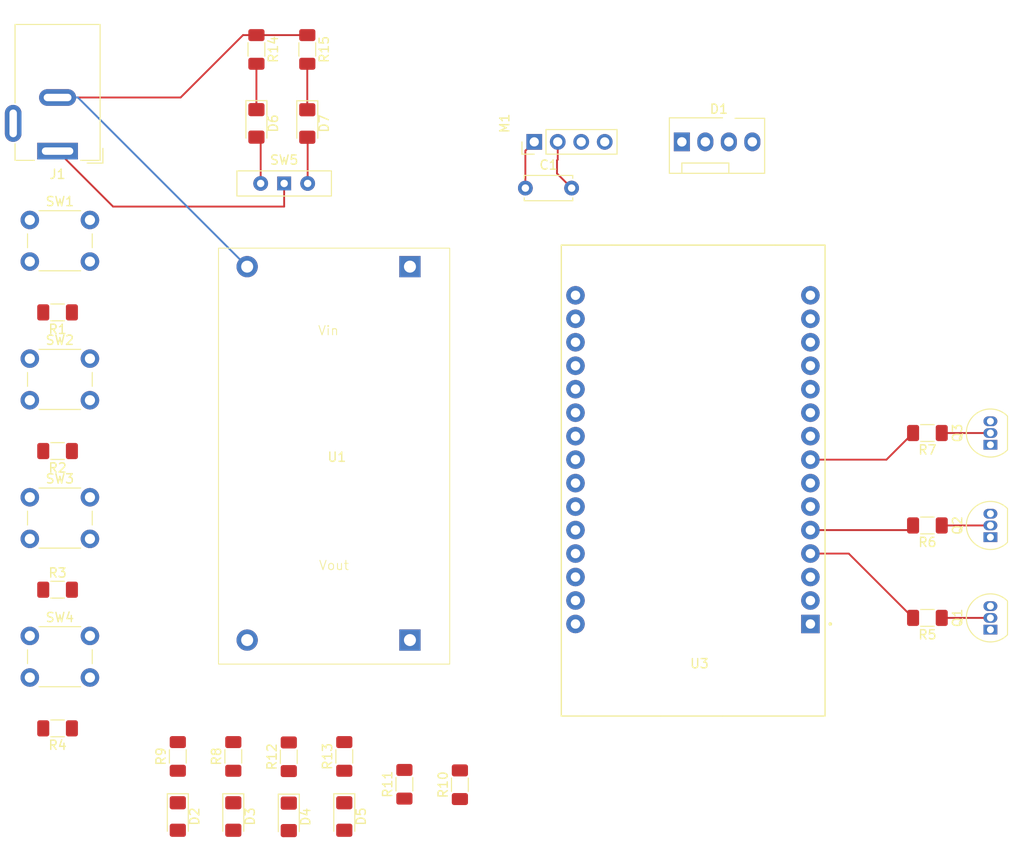
<source format=kicad_pcb>
(kicad_pcb (version 20240108) (generator "pcbnew") (generator_version "8.0")
  (layers (0 "F.Cu" signal) (31 "B.Cu" signal) (34 "B.Paste" user) (35 "F.Paste" user) (36 "B.SilkS" user "B.Silkscreen") (37 "F.SilkS" user "F.Silkscreen") (38 "B.Mask" user) (39 "F.Mask" user) (44 "Edge.Cuts" user))
  (net 0 "")
  (net 1 "GND")
  (net 2 "Net-(D1-A)")
  (net 3 "Net-(D1-RK)")
  (net 4 "Net-(D1-GK)")
  (net 5 "Net-(D1-BK)")
  (net 6 "Net-(D2-K)")
  (net 7 "Net-(D2-A)")
  (net 8 "Net-(D3-K)")
  (net 9 "Net-(D3-A)")
  (net 10 "Net-(D4-A)")
  (net 11 "Net-(D4-K)")
  (net 12 "Net-(D5-A)")
  (net 13 "Net-(D5-K)")
  (net 14 "Net-(D6-K)")
  (net 15 "Net-(D6-A)")
  (net 16 "Net-(D7-K)")
  (net 17 "+12V")
  (net 19 "Net-(Q1-B)")
  (net 20 "Net-(Q2-B)")
  (net 21 "Net-(Q3-B)")
  (net 22 "Net-(SW1-A)")
  (net 23 "Net-(SW2-A)")
  (net 24 "Net-(SW3-A)")
  (net 25 "Net-(SW4-A)")
  (net 26 "Net-(U3-VP)")
  (net 27 "Net-(U3-VN)")
  (net 29 "Net-(SW1-K)")
  (net 30 "Net-(U1-VOUT)")
  (net 32 "Net-(SW2-K)")
  (net 34 "Net-(SW3-K)")
  (net 35 "Net-(SW4-K)")
  (footprint "LED_SMD:LED_1206_3216Metric_Pad1.42x1.75mm_HandSolder" (layer "F.Cu") (at 114.5 139.4875 -90)
    (property "Reference" "D2" (at 0 -1.82 90) (layer "F.SilkS"))
    (property "Value" "MOT_IND")
    (fp_line (start -2.46 1.135) (end 1.6 1.135) (stroke (width 0.12)) (layer "F.SilkS"))
    (fp_line (start -2.46 -1.135) (end -2.46 1.135) (stroke (width 0.12)) (layer "F.SilkS"))
    (fp_line (start 1.6 -1.135) (end -2.46 -1.135) (stroke (width 0.12)) (layer "F.SilkS"))
    (pad "1" smd roundrect (at -1.4875 0 270) (size 1.425 1.75) (layers "F.Cu" "F.Paste" "F.Mask") (roundrect_rratio 0.175439) (net 6 "Net-(D2-K)"))
    (pad "2" smd roundrect (at 1.4875 0 270) (size 1.425 1.75) (layers "F.Cu" "F.Paste" "F.Mask") (roundrect_rratio 0.175439) (net 7 "Net-(D2-A)"))
  )
  (footprint "Connector:FanPinHeader_1x04_P2.54mm_Vertical" (layer "F.Cu") (at 169 66.5)
    (property "Reference" "D1" (at 4 -3.55 0) (layer "F.SilkS"))
    (property "Value" "LED_AGRB")
    (fp_line (start -1.35 -2.6) (end 4.4 -2.6) (stroke (width 0.12)) (layer "F.SilkS"))
    (fp_line (start -1.35 3.4) (end -1.35 -2.6) (stroke (width 0.12)) (layer "F.SilkS"))
    (fp_line (start 0 2.29) (end 5.08 2.29) (stroke (width 0.12)) (layer "F.SilkS"))
    (fp_line (start 0 3.3) (end 0 2.29) (stroke (width 0.12)) (layer "F.SilkS"))
    (fp_line (start 5.08 2.29) (end 5.08 3.3) (stroke (width 0.12)) (layer "F.SilkS"))
    (fp_line (start 5.75 -2.55) (end 8.95 -2.55) (stroke (width 0.12)) (layer "F.SilkS"))
    (fp_line (start 8.95 -2.55) (end 8.95 3.4) (stroke (width 0.12)) (layer "F.SilkS"))
    (fp_line (start 8.95 3.4) (end -1.35 3.4) (stroke (width 0.12)) (layer "F.SilkS"))
    (pad "" np_thru_hole circle (at 5.08 -2.16 90) (size 1.1 1.1) (drill 1.1) (layers "*.Cu" "*.Mask"))
    (pad "1" thru_hole rect (at 0 0 90) (size 2.03 1.73) (drill 1.02) (layers "*.Cu" "*.Mask") (net 2 "Net-(D1-A)"))
    (pad "2" thru_hole oval (at 2.54 0 90) (size 2.03 1.73) (drill 1.02) (layers "*.Cu" "*.Mask") (net 4 "Net-(D1-GK)"))
    (pad "3" thru_hole oval (at 5.08 0 90) (size 2.03 1.73) (drill 1.02) (layers "*.Cu" "*.Mask") (net 3 "Net-(D1-RK)"))
    (pad "4" thru_hole oval (at 7.62 0 90) (size 2.03 1.73) (drill 1.02) (layers "*.Cu" "*.Mask") (net 5 "Net-(D1-BK)"))
  )
  (footprint "LED_SMD:LED_1206_3216Metric_Pad1.42x1.75mm_HandSolder" (layer "F.Cu") (at 128.5 64.5125 -90)
    (property "Reference" "D7" (at 0 -1.82 90) (layer "F.SilkS"))
    (property "Value" "ON_IND")
    (fp_line (start -2.46 1.135) (end 1.6 1.135) (stroke (width 0.12)) (layer "F.SilkS"))
    (fp_line (start -2.46 -1.135) (end -2.46 1.135) (stroke (width 0.12)) (layer "F.SilkS"))
    (fp_line (start 1.6 -1.135) (end -2.46 -1.135) (stroke (width 0.12)) (layer "F.SilkS"))
    (pad "1" smd roundrect (at -1.4875 0 270) (size 1.425 1.75) (layers "F.Cu" "F.Paste" "F.Mask") (roundrect_rratio 0.175439) (net 16 "Net-(D7-K)"))
    (pad "2" smd roundrect (at 1.4875 0 270) (size 1.425 1.75) (layers "F.Cu" "F.Paste" "F.Mask") (roundrect_rratio 0.175439) (net 2 "Net-(D1-A)"))
  )
  (footprint "Resistor_SMD:R_1206_3216Metric_Pad1.30x1.75mm_HandSolder" (layer "F.Cu") (at 195.55 108 180)
    (property "Reference" "R6" (at 0 -1.82 360) (layer "F.SilkS"))
    (property "Value" "220")
    (fp_line (start -0.727064 0.91) (end 0.727064 0.91) (stroke (width 0.12)) (layer "F.SilkS"))
    (fp_line (start -0.727064 -0.91) (end 0.727064 -0.91) (stroke (width 0.12)) (layer "F.SilkS"))
    (pad "1" smd roundrect (at -1.55 0 180) (size 1.3 1.75) (layers "F.Cu" "F.Paste" "F.Mask") (roundrect_rratio 0.192308) (net 20 "Net-(Q2-B)"))
    (pad "2" smd roundrect (at 1.55 0 180) (size 1.3 1.75) (layers "F.Cu" "F.Paste" "F.Mask") (roundrect_rratio 0.192308) (net 10 "Net-(D4-A)"))
  )
  (footprint "Resistor_SMD:R_1206_3216Metric_Pad1.30x1.75mm_HandSolder" (layer "F.Cu") (at 114.5 132.9875 90)
    (property "Reference" "R9" (at 0 -1.82 90) (layer "F.SilkS"))
    (property "Value" "100")
    (fp_line (start -0.727064 -0.91) (end 0.727064 -0.91) (stroke (width 0.12)) (layer "F.SilkS"))
    (fp_line (start -0.727064 0.91) (end 0.727064 0.91) (stroke (width 0.12)) (layer "F.SilkS"))
    (pad "1" smd roundrect (at -1.55 0 90) (size 1.3 1.75) (layers "F.Cu" "F.Paste" "F.Mask") (roundrect_rratio 0.192308) (net 6 "Net-(D2-K)"))
    (pad "2" smd roundrect (at 1.55 0 90) (size 1.3 1.75) (layers "F.Cu" "F.Paste" "F.Mask") (roundrect_rratio 0.192308) (net 1 "GND"))
  )
  (footprint "Resistor_SMD:R_1206_3216Metric_Pad1.30x1.75mm_HandSolder" (layer "F.Cu") (at 126.5 133.025 90)
    (property "Reference" "R12" (at 0 -1.82 90) (layer "F.SilkS"))
    (property "Value" "100")
    (fp_line (start -0.727064 -0.91) (end 0.727064 -0.91) (stroke (width 0.12)) (layer "F.SilkS"))
    (fp_line (start -0.727064 0.91) (end 0.727064 0.91) (stroke (width 0.12)) (layer "F.SilkS"))
    (pad "1" smd roundrect (at -1.55 0 90) (size 1.3 1.75) (layers "F.Cu" "F.Paste" "F.Mask") (roundrect_rratio 0.192308) (net 11 "Net-(D4-K)"))
    (pad "2" smd roundrect (at 1.55 0 90) (size 1.3 1.75) (layers "F.Cu" "F.Paste" "F.Mask") (roundrect_rratio 0.192308) (net 1 "GND"))
  )
  (footprint "Connector_BarrelJack:BarrelJack_Wuerth_6941xx301002" (layer "F.Cu") (at 101.5 67.5 180)
    (property "Reference" "J1" (at 0 -2.5 0) (layer "F.SilkS"))
    (property "Value" "Barrel_Jack")
    (fp_line (start 4.6 13.7) (end -4.6 13.7) (stroke (width 0.12)) (layer "F.SilkS"))
    (fp_line (start 4.6 5.2) (end 4.6 13.7) (stroke (width 0.12)) (layer "F.SilkS"))
    (fp_line (start 4.6 -1) (end 4.6 0.8) (stroke (width 0.12)) (layer "F.SilkS"))
    (fp_line (start 2.5 -1) (end 4.6 -1) (stroke (width 0.12)) (layer "F.SilkS"))
    (fp_line (start -3.2 -1.3) (end -4.9 -1.3) (stroke (width 0.12)) (layer "F.SilkS"))
    (fp_line (start -4.6 13.7) (end -4.6 -1) (stroke (width 0.12)) (layer "F.SilkS"))
    (fp_line (start -4.6 -1) (end -2.5 -1) (stroke (width 0.12)) (layer "F.SilkS"))
    (fp_line (start -4.9 -1.3) (end -4.9 0.3) (stroke (width 0.12)) (layer "F.SilkS"))
    (pad "1" thru_hole rect (at 0 0 180) (size 4.4 1.8) (drill oval 3.4 0.8) (layers "*.Cu" "*.Mask") (net 17 "+12V"))
    (pad "2" thru_hole oval (at 0 5.8 180) (size 4 1.8) (drill oval 3 0.8) (layers "*.Cu" "*.Mask") (net 1 "GND"))
    (pad "3" thru_hole oval (at 4.8 3 270) (size 4 1.8) (drill oval 3 0.8) (layers "*.Cu" "*.Mask"))
  )
  (footprint "Package_TO_SOT_THT:TO-92_Inline" (layer "F.Cu") (at 202.36 109.27 90)
    (property "Reference" "Q2" (at 1.27 -3.56 90) (layer "F.SilkS"))
    (property "Value" "PN2222A")
    (fp_line (start -0.53 1.85) (end 3.07 1.85) (stroke (width 0.12)) (layer "F.SilkS"))
    (fp_arc (start 1.27 -2.6) (mid 3.672087 -0.994977) (end 3.108478 1.838478) (stroke (width 0.12)) (layer "F.SilkS"))
    (fp_arc (start -0.568478 1.838478) (mid -1.132087 -0.994977) (end 1.27 -2.6) (stroke (width 0.12)) (layer "F.SilkS"))
    (pad "1" thru_hole rect (at 0 0 90) (size 1.05 1.5) (drill 0.75) (layers "*.Cu" "*.Mask") (net 1 "GND"))
    (pad "2" thru_hole oval (at 1.27 0 90) (size 1.05 1.5) (drill 0.75) (layers "*.Cu" "*.Mask") (net 20 "Net-(Q2-B)"))
    (pad "3" thru_hole oval (at 2.54 0 90) (size 1.05 1.5) (drill 0.75) (layers "*.Cu" "*.Mask") (net 4 "Net-(D1-GK)"))
  )
  (footprint "Resistor_SMD:R_1206_3216Metric_Pad1.30x1.75mm_HandSolder" (layer "F.Cu") (at 101.5 114.95)
    (property "Reference" "R3" (at 0 -1.82 360) (layer "F.SilkS"))
    (property "Value" "10K")
    (fp_line (start -0.727064 -0.91) (end 0.727064 -0.91) (stroke (width 0.12)) (layer "F.SilkS"))
    (fp_line (start -0.727064 0.91) (end 0.727064 0.91) (stroke (width 0.12)) (layer "F.SilkS"))
    (pad "1" smd roundrect (at -1.55 0) (size 1.3 1.75) (layers "F.Cu" "F.Paste" "F.Mask") (roundrect_rratio 0.192308) (net 1 "GND"))
    (pad "2" smd roundrect (at 1.55 0) (size 1.3 1.75) (layers "F.Cu" "F.Paste" "F.Mask") (roundrect_rratio 0.192308) (net 24 "Net-(SW3-A)"))
  )
  (footprint "Resistor_SMD:R_1206_3216Metric_Pad1.30x1.75mm_HandSolder" (layer "F.Cu") (at 101.5 129.95 180)
    (property "Reference" "R4" (at 0 -1.82 360) (layer "F.SilkS"))
    (property "Value" "10K")
    (fp_line (start -0.727064 0.91) (end 0.727064 0.91) (stroke (width 0.12)) (layer "F.SilkS"))
    (fp_line (start -0.727064 -0.91) (end 0.727064 -0.91) (stroke (width 0.12)) (layer "F.SilkS"))
    (pad "1" smd roundrect (at -1.55 0 180) (size 1.3 1.75) (layers "F.Cu" "F.Paste" "F.Mask") (roundrect_rratio 0.192308) (net 25 "Net-(SW4-A)"))
    (pad "2" smd roundrect (at 1.55 0 180) (size 1.3 1.75) (layers "F.Cu" "F.Paste" "F.Mask") (roundrect_rratio 0.192308) (net 1 "GND"))
  )
  (footprint "Connector_PinHeader_2.54mm:PinHeader_1x04_P2.54mm_Vertical" (layer "F.Cu") (at 153.04 66.5 90)
    (property "Reference" "M1" (at 2 -3.2 90) (layer "F.SilkS"))
    (property "Value" "Fan_4pin")
    (fp_line (start -1.33 -1.33) (end 0 -1.33) (stroke (width 0.12)) (layer "F.SilkS"))
    (fp_line (start -1.33 0) (end -1.33 -1.33) (stroke (width 0.12)) (layer "F.SilkS"))
    (fp_line (start 1.33 1.27) (end 1.33 8.95) (stroke (width 0.12)) (layer "F.SilkS"))
    (fp_line (start -1.33 1.27) (end 1.33 1.27) (stroke (width 0.12)) (layer "F.SilkS"))
    (fp_line (start -1.33 1.27) (end -1.33 8.95) (stroke (width 0.12)) (layer "F.SilkS"))
    (fp_line (start -1.33 8.95) (end 1.33 8.95) (stroke (width 0.12)) (layer "F.SilkS"))
    (pad "1" thru_hole rect (at 0 0 90) (size 1.7 1.7) (drill 1) (layers "*.Cu" "*.Mask") (net 1 "GND"))
    (pad "2" thru_hole oval (at 0 2.54 90) (size 1.7 1.7) (drill 1) (layers "*.Cu" "*.Mask") (net 2 "Net-(D1-A)"))
    (pad "3" thru_hole oval (at 0 5.08 90) (size 1.7 1.7) (drill 1) (layers "*.Cu" "*.Mask"))
    (pad "4" thru_hole oval (at 0 7.62 90) (size 1.7 1.7) (drill 1) (layers "*.Cu" "*.Mask") (net 7 "Net-(D2-A)"))
  )
  (footprint "Resistor_SMD:R_1206_3216Metric_Pad1.30x1.75mm_HandSolder" (layer "F.Cu") (at 101.5 84.95 180)
    (property "Reference" "R1" (at 0 -1.82 0) (layer "F.SilkS"))
    (property "Value" "10K")
    (fp_line (start -0.727064 0.91) (end 0.727064 0.91) (stroke (width 0.12)) (layer "F.SilkS"))
    (fp_line (start -0.727064 -0.91) (end 0.727064 -0.91) (stroke (width 0.12)) (layer "F.SilkS"))
    (pad "1" smd roundrect (at -1.55 0 180) (size 1.3 1.75) (layers "F.Cu" "F.Paste" "F.Mask") (roundrect_rratio 0.192308) (net 1 "GND"))
    (pad "2" smd roundrect (at 1.55 0 180) (size 1.3 1.75) (layers "F.Cu" "F.Paste" "F.Mask") (roundrect_rratio 0.192308) (net 22 "Net-(SW1-A)"))
  )
  (footprint "Custom:SW_PUSH_6mm" (layer "F.Cu") (at 98.5 104.95)
    (property "Reference" "SW3" (at 3.25 -2 0) (layer "F.SilkS"))
    (property "Value" "CYCLE_MODE")
    (fp_line (start -0.25 1.5) (end -0.25 3) (stroke (width 0.12)) (layer "F.SilkS"))
    (fp_line (start 1 5.5) (end 5.5 5.5) (stroke (width 0.12)) (layer "F.SilkS"))
    (fp_line (start 5.5 -1) (end 1 -1) (stroke (width 0.12)) (layer "F.SilkS"))
    (fp_line (start 6.75 3) (end 6.75 1.5) (stroke (width 0.12)) (layer "F.SilkS"))
    (pad "1" thru_hole circle (at 0 0 90) (size 2 2) (drill 1.1) (layers "*.Cu" "*.Mask") (net 30 "Net-(U1-VOUT)"))
    (pad "2" thru_hole circle (at 6.5 0 90) (size 2 2) (drill 1.1) (layers "*.Cu" "*.Mask"))
    (pad "3" thru_hole circle (at 6.5 4.5 90) (size 2 2) (drill 1.1) (layers "*.Cu" "*.Mask") (net 34 "Net-(SW3-K)"))
    (pad "4" thru_hole circle (at 0 4.5 90) (size 2 2) (drill 1.1) (layers "*.Cu" "*.Mask") (net 24 "Net-(SW3-A)"))
  )
  (footprint "Resistor_SMD:R_1206_3216Metric_Pad1.30x1.75mm_HandSolder" (layer "F.Cu") (at 195.55 118 180)
    (property "Reference" "R5" (at 0 -1.82 360) (layer "F.SilkS"))
    (property "Value" "220")
    (fp_line (start -0.727064 0.91) (end 0.727064 0.91) (stroke (width 0.12)) (layer "F.SilkS"))
    (fp_line (start -0.727064 -0.91) (end 0.727064 -0.91) (stroke (width 0.12)) (layer "F.SilkS"))
    (pad "1" smd roundrect (at -1.55 0 180) (size 1.3 1.75) (layers "F.Cu" "F.Paste" "F.Mask") (roundrect_rratio 0.192308) (net 19 "Net-(Q1-B)"))
    (pad "2" smd roundrect (at 1.55 0 180) (size 1.3 1.75) (layers "F.Cu" "F.Paste" "F.Mask") (roundrect_rratio 0.192308) (net 9 "Net-(D3-A)"))
  )
  (footprint "LED_SMD:LED_1206_3216Metric_Pad1.42x1.75mm_HandSolder" (layer "F.Cu") (at 123 64.5 -90)
    (property "Reference" "D6" (at 0 -1.82 90) (layer "F.SilkS"))
    (property "Value" "OFF_IND")
    (fp_line (start -2.46 1.135) (end 1.6 1.135) (stroke (width 0.12)) (layer "F.SilkS"))
    (fp_line (start -2.46 -1.135) (end -2.46 1.135) (stroke (width 0.12)) (layer "F.SilkS"))
    (fp_line (start 1.6 -1.135) (end -2.46 -1.135) (stroke (width 0.12)) (layer "F.SilkS"))
    (pad "1" smd roundrect (at -1.4875 0 270) (size 1.425 1.75) (layers "F.Cu" "F.Paste" "F.Mask") (roundrect_rratio 0.175439) (net 14 "Net-(D6-K)"))
    (pad "2" smd roundrect (at 1.4875 0 270) (size 1.425 1.75) (layers "F.Cu" "F.Paste" "F.Mask") (roundrect_rratio 0.175439) (net 15 "Net-(D6-A)"))
  )
  (footprint "ESP32_DEVKITV1:MODULE_ESP32_DEVKIT_V1" (layer "F.Cu") (at 170.8 103.145)
    (property "Reference" "U3" (at 0.1 19.8 180) (layer "F.SilkS"))
    (property "Value" "ESP32-DEVKIT-V1")
    (fp_line (start -14.83 -25.475) (end 13.68 -25.475) (stroke (width 0.127)) (layer "F.SilkS"))
    (fp_line (start -14.83 25.475) (end -14.83 -25.475) (stroke (width 0.127)) (layer "F.SilkS"))
    (fp_line (start -14.83 25.475) (end -14.83 -25.475) (stroke (width 0.127)) (layer "F.SilkS"))
    (fp_line (start -9.38 -25.475) (end -14.83 -25.475) (stroke (width 0.127)) (layer "F.SilkS"))
    (fp_line (start -4.1 25.475) (end -14.83 25.475) (stroke (width 0.127)) (layer "F.SilkS"))
    (fp_line (start 2.611 25.475) (end -4.1 25.475) (stroke (width 0.127)) (layer "F.SilkS"))
    (fp_line (start 8.31 -25.475) (end -9.38 -25.475) (stroke (width 0.127)) (layer "F.SilkS"))
    (fp_line (start 13.68 -25.475) (end 8.31 -25.475) (stroke (width 0.127)) (layer "F.SilkS"))
    (fp_line (start 13.68 -25.475) (end 13.68 25.475) (stroke (width 0.127)) (layer "F.SilkS"))
    (fp_line (start 13.68 -25.475) (end 13.68 25.475) (stroke (width 0.127)) (layer "F.SilkS"))
    (fp_line (start 13.68 25.475) (end -14.83 25.475) (stroke (width 0.127)) (layer "F.SilkS"))
    (fp_line (start 13.68 25.475) (end 2.611 25.475) (stroke (width 0.127)) (layer "F.SilkS"))
    (fp_circle (center 14.25 15.515) (end 14.15 15.515) (stroke (width 0.2)) (fill none) (layer "F.SilkS"))
    (pad "" np_thru_hole circle (at -12.83 -23.475 180) (size 3 3) (drill 3) (layers "*.Cu" "*.Mask"))
    (pad "" np_thru_hole circle (at -12.83 23.475 180) (size 3 3) (drill 3) (layers "*.Cu" "*.Mask"))
    (pad "" np_thru_hole circle (at 11.68 -23.475 180) (size 3 3) (drill 3) (layers "*.Cu" "*.Mask"))
    (pad "" np_thru_hole circle (at 11.68 23.475 180) (size 3 3) (drill 3) (layers "*.Cu" "*.Mask"))
    (pad "1" thru_hole rect (at 12.1 15.515 180) (size 2 2) (drill 1.02) (layers "*.Cu" "*.Mask"))
    (pad "2" thru_hole circle (at 12.1 12.975 180) (size 2 2) (drill 1.02) (layers "*.Cu" "*.Mask") (net 1 "GND"))
    (pad "3" thru_hole circle (at 12.1 10.435 180) (size 2 2) (drill 1.02) (layers "*.Cu" "*.Mask"))
    (pad "4" thru_hole circle (at 12.1 7.895 180) (size 2 2) (drill 1.02) (layers "*.Cu" "*.Mask") (net 9 "Net-(D3-A)"))
    (pad "5" thru_hole circle (at 12.1 5.355 180) (size 2 2) (drill 1.02) (layers "*.Cu" "*.Mask") (net 10 "Net-(D4-A)"))
    (pad "6" thru_hole circle (at 12.1 2.815 180) (size 2 2) (drill 1.02) (layers "*.Cu" "*.Mask"))
    (pad "7" thru_hole circle (at 12.1 0.275 180) (size 2 2) (drill 1.02) (layers "*.Cu" "*.Mask"))
    (pad "8" thru_hole circle (at 12.1 -2.265 180) (size 2 2) (drill 1.02) (layers "*.Cu" "*.Mask") (net 12 "Net-(D5-A)"))
    (pad "9" thru_hole circle (at 12.1 -4.805 180) (size 2 2) (drill 1.02) (layers "*.Cu" "*.Mask"))
    (pad "10" thru_hole circle (at 12.1 -7.345 180) (size 2 2) (drill 1.02) (layers "*.Cu" "*.Mask") (net 7 "Net-(D2-A)"))
    (pad "11" thru_hole circle (at 12.1 -9.885 180) (size 2 2) (drill 1.02) (layers "*.Cu" "*.Mask"))
    (pad "12" thru_hole circle (at 12.1 -12.425 180) (size 2 2) (drill 1.02) (layers "*.Cu" "*.Mask"))
    (pad "13" thru_hole circle (at 12.1 -14.965 180) (size 2 2) (drill 1.02) (layers "*.Cu" "*.Mask"))
    (pad "14" thru_hole circle (at 12.1 -17.505 180) (size 2 2) (drill 1.02) (layers "*.Cu" "*.Mask"))
    (pad "15" thru_hole circle (at 12.1 -20.045 180) (size 2 2) (drill 1.02) (layers "*.Cu" "*.Mask"))
    (pad "16" thru_hole circle (at -13.3 -20.045 180) (size 2 2) (drill 1.02) (layers "*.Cu" "*.Mask"))
    (pad "17" thru_hole circle (at -13.3 -17.505 180) (size 2 2) (drill 1.02) (layers "*.Cu" "*.Mask") (net 26 "Net-(U3-VP)"))
    (pad "18" thru_hole circle (at -13.3 -14.965 180) (size 2 2) (drill 1.02) (layers "*.Cu" "*.Mask") (net 27 "Net-(U3-VN)"))
    (pad "19" thru_hole circle (at -13.3 -12.425 180) (size 2 2) (drill 1.02) (layers "*.Cu" "*.Mask") (net 35 "Net-(SW4-K)"))
    (pad "20" thru_hole circle (at -13.3 -9.885 180) (size 2 2) (drill 1.02) (layers "*.Cu" "*.Mask") (net 34 "Net-(SW3-K)"))
    (pad "21" thru_hole circle (at -13.3 -7.345 180) (size 2 2) (drill 1.02) (layers "*.Cu" "*.Mask") (net 29 "Net-(SW1-K)"))
    (pad "22" thru_hole circle (at -13.3 -4.805 180) (size 2 2) (drill 1.02) (layers "*.Cu" "*.Mask") (net 32 "Net-(SW2-K)"))
    (pad "23" thru_hole circle (at -13.3 -2.265 180) (size 2 2) (drill 1.02) (layers "*.Cu" "*.Mask"))
    (pad "24" thru_hole circle (at -13.3 0.275 180) (size 2 2) (drill 1.02) (layers "*.Cu" "*.Mask"))
    (pad "25" thru_hole circle (at -13.3 2.815 180) (size 2 2) (drill 1.02) (layers "*.Cu" "*.Mask"))
    (pad "26" thru_hole circle (at -13.3 5.355 180) (size 2 2) (drill 1.02) (layers "*.Cu" "*.Mask"))
    (pad "27" thru_hole circle (at -13.3 7.895 180) (size 2 2) (drill 1.02) (layers "*.Cu" "*.Mask"))
    (pad "28" thru_hole circle (at -13.3 10.435 180) (size 2 2) (drill 1.02) (layers "*.Cu" "*.Mask"))
    (pad "29" thru_hole circle (at -13.3 12.975 180) (size 2 2) (drill 1.02) (layers "*.Cu" "*.Mask") (net 1 "GND"))
    (pad "30" thru_hole circle (at -13.3 15.515 180) (size 2 2) (drill 1.02) (layers "*.Cu" "*.Mask") (net 30 "Net-(U1-VOUT)"))
  )
  (footprint "Resistor_SMD:R_1206_3216Metric_Pad1.30x1.75mm_HandSolder" (layer "F.Cu") (at 132.5 132.9875 90)
    (property "Reference" "R13" (at 0 -1.82 90) (layer "F.SilkS"))
    (property "Value" "100")
    (fp_line (start -0.727064 -0.91) (end 0.727064 -0.91) (stroke (width 0.12)) (layer "F.SilkS"))
    (fp_line (start -0.727064 0.91) (end 0.727064 0.91) (stroke (width 0.12)) (layer "F.SilkS"))
    (pad "1" smd roundrect (at -1.55 0 90) (size 1.3 1.75) (layers "F.Cu" "F.Paste" "F.Mask") (roundrect_rratio 0.192308) (net 13 "Net-(D5-K)"))
    (pad "2" smd roundrect (at 1.55 0 90) (size 1.3 1.75) (layers "F.Cu" "F.Paste" "F.Mask") (roundrect_rratio 0.192308) (net 1 "GND"))
  )
  (footprint "LED_SMD:LED_1206_3216Metric_Pad1.42x1.75mm_HandSolder" (layer "F.Cu") (at 126.5 139.525 -90)
    (property "Reference" "D4" (at 0 -1.82 90) (layer "F.SilkS"))
    (property "Value" "GRN_IND")
    (fp_line (start -2.46 1.135) (end 1.6 1.135) (stroke (width 0.12)) (layer "F.SilkS"))
    (fp_line (start -2.46 -1.135) (end -2.46 1.135) (stroke (width 0.12)) (layer "F.SilkS"))
    (fp_line (start 1.6 -1.135) (end -2.46 -1.135) (stroke (width 0.12)) (layer "F.SilkS"))
    (pad "1" smd roundrect (at -1.4875 0 270) (size 1.425 1.75) (layers "F.Cu" "F.Paste" "F.Mask") (roundrect_rratio 0.175439) (net 11 "Net-(D4-K)"))
    (pad "2" smd roundrect (at 1.4875 0 270) (size 1.425 1.75) (layers "F.Cu" "F.Paste" "F.Mask") (roundrect_rratio 0.175439) (net 10 "Net-(D4-A)"))
  )
  (footprint "LED_SMD:LED_1206_3216Metric_Pad1.42x1.75mm_HandSolder" (layer "F.Cu") (at 132.5 139.4875 -90)
    (property "Reference" "D5" (at 0 -1.82 90) (layer "F.SilkS"))
    (property "Value" "BLU_IND")
    (fp_line (start -2.46 1.135) (end 1.6 1.135) (stroke (width 0.12)) (layer "F.SilkS"))
    (fp_line (start -2.46 -1.135) (end -2.46 1.135) (stroke (width 0.12)) (layer "F.SilkS"))
    (fp_line (start 1.6 -1.135) (end -2.46 -1.135) (stroke (width 0.12)) (layer "F.SilkS"))
    (pad "1" smd roundrect (at -1.4875 0 270) (size 1.425 1.75) (layers "F.Cu" "F.Paste" "F.Mask") (roundrect_rratio 0.175439) (net 13 "Net-(D5-K)"))
    (pad "2" smd roundrect (at 1.4875 0 270) (size 1.425 1.75) (layers "F.Cu" "F.Paste" "F.Mask") (roundrect_rratio 0.175439) (net 12 "Net-(D5-A)"))
  )
  (footprint "Resistor_SMD:R_1206_3216Metric_Pad1.30x1.75mm_HandSolder" (layer "F.Cu") (at 139 136 90)
    (property "Reference" "R11" (at 0 -1.82 90) (layer "F.SilkS"))
    (property "Value" "10K")
    (fp_line (start -0.727064 -0.91) (end 0.727064 -0.91) (stroke (width 0.12)) (layer "F.SilkS"))
    (fp_line (start -0.727064 0.91) (end 0.727064 0.91) (stroke (width 0.12)) (layer "F.SilkS"))
    (pad "1" smd roundrect (at -1.55 0 90) (size 1.3 1.75) (layers "F.Cu" "F.Paste" "F.Mask") (roundrect_rratio 0.192308) (net 27 "Net-(U3-VN)"))
    (pad "2" smd roundrect (at 1.55 0 90) (size 1.3 1.75) (layers "F.Cu" "F.Paste" "F.Mask") (roundrect_rratio 0.192308) (net 1 "GND"))
  )
  (footprint "Custom:Buck_Converter" (layer "F.Cu") (at 122 80)
    (property "Reference" "U1" (at 9.7 20.6 0) (layer "F.SilkS"))
    (property "Value" "5VDC<-12VDC")
    (fp_rect (start -3.1 -2) (end 21.9 43) (stroke (width 0.1)) (fill none) (layer "F.SilkS"))
    (fp_text user "Vin" (at 7.6 7.5 0) (layer "F.SilkS") (effects (font (thickness 0.1)) (justify left bottom)))
    (fp_text user "Vout" (at 7.7 32.9 0) (layer "F.SilkS") (effects (font (thickness 0.1)) (justify left bottom)))
    (pad "1" thru_hole rect (at 17.6 0) (size 2.3 2.3) (drill 1.3) (layers "*.Cu" "*.Mask") (net 2 "Net-(D1-A)"))
    (pad "2" thru_hole circle (at 0 0) (size 2.3 2.3) (drill 1.3) (layers "*.Cu" "*.Mask") (net 1 "GND"))
    (pad "3" thru_hole rect (at 17.6 40.4) (size 2.3 2.3) (drill 1.3) (layers "*.Cu" "*.Mask") (net 30 "Net-(U1-VOUT)"))
    (pad "4" thru_hole circle (at 0 40.4) (size 2.3 2.3) (drill 1.3) (layers "*.Cu" "*.Mask") (net 1 "GND"))
  )
  (footprint "Package_TO_SOT_THT:TO-92_Inline" (layer "F.Cu") (at 202.36 99.27 90)
    (property "Reference" "Q3" (at 1.27 -3.56 90) (layer "F.SilkS"))
    (property "Value" "PN2222A")
    (fp_line (start -0.53 1.85) (end 3.07 1.85) (stroke (width 0.12)) (layer "F.SilkS"))
    (fp_arc (start 1.27 -2.6) (mid 3.672087 -0.994977) (end 3.108478 1.838478) (stroke (width 0.12)) (layer "F.SilkS"))
    (fp_arc (start -0.568478 1.838478) (mid -1.132087 -0.994977) (end 1.27 -2.6) (stroke (width 0.12)) (layer "F.SilkS"))
    (pad "1" thru_hole rect (at 0 0 90) (size 1.05 1.5) (drill 0.75) (layers "*.Cu" "*.Mask") (net 1 "GND"))
    (pad "2" thru_hole oval (at 1.27 0 90) (size 1.05 1.5) (drill 0.75) (layers "*.Cu" "*.Mask") (net 21 "Net-(Q3-B)"))
    (pad "3" thru_hole oval (at 2.54 0 90) (size 1.05 1.5) (drill 0.75) (layers "*.Cu" "*.Mask") (net 5 "Net-(D1-BK)"))
  )
  (footprint "Resistor_SMD:R_1206_3216Metric_Pad1.30x1.75mm_HandSolder" (layer "F.Cu") (at 101.5 99.95 180)
    (property "Reference" "R2" (at 0 -1.82 0) (layer "F.SilkS"))
    (property "Value" "10K")
    (fp_line (start -0.727064 0.91) (end 0.727064 0.91) (stroke (width 0.12)) (layer "F.SilkS"))
    (fp_line (start -0.727064 -0.91) (end 0.727064 -0.91) (stroke (width 0.12)) (layer "F.SilkS"))
    (pad "1" smd roundrect (at -1.55 0 180) (size 1.3 1.75) (layers "F.Cu" "F.Paste" "F.Mask") (roundrect_rratio 0.192308) (net 23 "Net-(SW2-A)"))
    (pad "2" smd roundrect (at 1.55 0 180) (size 1.3 1.75) (layers "F.Cu" "F.Paste" "F.Mask") (roundrect_rratio 0.192308) (net 1 "GND"))
  )
  (footprint "Resistor_SMD:R_1206_3216Metric_Pad1.30x1.75mm_HandSolder" (layer "F.Cu") (at 145 136.05 90)
    (property "Reference" "R10" (at 0 -1.82 90) (layer "F.SilkS"))
    (property "Value" "10K")
    (fp_line (start -0.727064 -0.91) (end 0.727064 -0.91) (stroke (width 0.12)) (layer "F.SilkS"))
    (fp_line (start -0.727064 0.91) (end 0.727064 0.91) (stroke (width 0.12)) (layer "F.SilkS"))
    (pad "1" smd roundrect (at -1.55 0 90) (size 1.3 1.75) (layers "F.Cu" "F.Paste" "F.Mask") (roundrect_rratio 0.192308) (net 26 "Net-(U3-VP)"))
    (pad "2" smd roundrect (at 1.55 0 90) (size 1.3 1.75) (layers "F.Cu" "F.Paste" "F.Mask") (roundrect_rratio 0.192308) (net 1 "GND"))
  )
  (footprint "Resistor_SMD:R_1206_3216Metric_Pad1.30x1.75mm_HandSolder" (layer "F.Cu") (at 195.55 98 180)
    (property "Reference" "R7" (at 0 -1.82 0) (layer "F.SilkS"))
    (property "Value" "220")
    (fp_line (start -0.727064 0.91) (end 0.727064 0.91) (stroke (width 0.12)) (layer "F.SilkS"))
    (fp_line (start -0.727064 -0.91) (end 0.727064 -0.91) (stroke (width 0.12)) (layer "F.SilkS"))
    (pad "1" smd roundrect (at -1.55 0 180) (size 1.3 1.75) (layers "F.Cu" "F.Paste" "F.Mask") (roundrect_rratio 0.192308) (net 21 "Net-(Q3-B)"))
    (pad "2" smd roundrect (at 1.55 0 180) (size 1.3 1.75) (layers "F.Cu" "F.Paste" "F.Mask") (roundrect_rratio 0.192308) (net 12 "Net-(D5-A)"))
  )
  (footprint "Resistor_SMD:R_1206_3216Metric_Pad1.30x1.75mm_HandSolder" (layer "F.Cu") (at 123 56.5 -90)
    (property "Reference" "R14" (at 0 -1.82 90) (layer "F.SilkS"))
    (property "Value" "1K")
    (fp_line (start -0.727064 0.91) (end 0.727064 0.91) (stroke (width 0.12)) (layer "F.SilkS"))
    (fp_line (start -0.727064 -0.91) (end 0.727064 -0.91) (stroke (width 0.12)) (layer "F.SilkS"))
    (pad "1" smd roundrect (at -1.55 0 270) (size 1.3 1.75) (layers "F.Cu" "F.Paste" "F.Mask") (roundrect_rratio 0.192308) (net 1 "GND"))
    (pad "2" smd roundrect (at 1.55 0 270) (size 1.3 1.75) (layers "F.Cu" "F.Paste" "F.Mask") (roundrect_rratio 0.192308) (net 14 "Net-(D6-K)"))
  )
  (footprint "LED_SMD:LED_1206_3216Metric_Pad1.42x1.75mm_HandSolder" (layer "F.Cu") (at 120.5 139.4875 -90)
    (property "Reference" "D3" (at 0 -1.82 90) (layer "F.SilkS"))
    (property "Value" "RED_IND")
    (fp_line (start -2.46 1.135) (end 1.6 1.135) (stroke (width 0.12)) (layer "F.SilkS"))
    (fp_line (start -2.46 -1.135) (end -2.46 1.135) (stroke (width 0.12)) (layer "F.SilkS"))
    (fp_line (start 1.6 -1.135) (end -2.46 -1.135) (stroke (width 0.12)) (layer "F.SilkS"))
    (pad "1" smd roundrect (at -1.4875 0 270) (size 1.425 1.75) (layers "F.Cu" "F.Paste" "F.Mask") (roundrect_rratio 0.175439) (net 8 "Net-(D3-K)"))
    (pad "2" smd roundrect (at 1.4875 0 270) (size 1.425 1.75) (layers "F.Cu" "F.Paste" "F.Mask") (roundrect_rratio 0.175439) (net 9 "Net-(D3-A)"))
  )
  (footprint "Button_Switch_THT:SW_Slide-03_Wuerth-WS-SLTV_10x2.5x6.4_P2.54mm" (layer "F.Cu") (at 126 71)
    (property "Reference" "SW5" (at 0 -2.54 0) (layer "F.SilkS"))
    (property "Value" "SW_Wuerth_450301014042")
    (fp_rect (start -5.11 -1.36) (end 5.11 1.36) (stroke (width 0.12)) (fill none) (layer "F.SilkS"))
    (pad "1" thru_hole rect (at 0 0) (size 1.5 1.5) (drill 0.8) (layers "*.Cu" "*.Mask") (net 17 "+12V"))
    (pad "2" thru_hole circle (at -2.54 0) (size 1.6 1.6) (drill 0.8) (layers "*.Cu" "*.Mask") (net 15 "Net-(D6-A)"))
    (pad "3" thru_hole circle (at 2.54 0) (size 1.6 1.6) (drill 0.8) (layers "*.Cu" "*.Mask") (net 2 "Net-(D1-A)"))
  )
  (footprint "Capacitor_THT:C_Disc_D5.0mm_W2.5mm_P5.00mm" (layer "F.Cu") (at 152.08 71.5)
    (property "Reference" "C1" (at 2.5 -2.5 0) (layer "F.SilkS"))
    (property "Value" "104")
    (fp_line (start -0.12 -1.37) (end -0.12 -1.055) (stroke (width 0.12)) (layer "F.SilkS"))
    (fp_line (start -0.12 -1.37) (end 5.12 -1.37) (stroke (width 0.12)) (layer "F.SilkS"))
    (fp_line (start -0.12 1.055) (end -0.12 1.37) (stroke (width 0.12)) (layer "F.SilkS"))
    (fp_line (start -0.12 1.37) (end 5.12 1.37) (stroke (width 0.12)) (layer "F.SilkS"))
    (fp_line (start 5.12 -1.37) (end 5.12 -1.055) (stroke (width 0.12)) (layer "F.SilkS"))
    (fp_line (start 5.12 1.055) (end 5.12 1.37) (stroke (width 0.12)) (layer "F.SilkS"))
    (pad "1" thru_hole circle (at 0 0) (size 1.6 1.6) (drill 0.8) (layers "*.Cu" "*.Mask") (net 1 "GND"))
    (pad "2" thru_hole circle (at 5 0) (size 1.6 1.6) (drill 0.8) (layers "*.Cu" "*.Mask") (net 2 "Net-(D1-A)"))
  )
  (footprint "Custom:SW_PUSH_6mm" (layer "F.Cu") (at 98.5 74.95)
    (property "Reference" "SW1" (at 3.25 -2 0) (layer "F.SilkS"))
    (property "Value" "MOTOR_DECREASE")
    (fp_line (start -0.25 1.5) (end -0.25 3) (stroke (width 0.12)) (layer "F.SilkS"))
    (fp_line (start 1 5.5) (end 5.5 5.5) (stroke (width 0.12)) (layer "F.SilkS"))
    (fp_line (start 5.5 -1) (end 1 -1) (stroke (width 0.12)) (layer "F.SilkS"))
    (fp_line (start 6.75 3) (end 6.75 1.5) (stroke (width 0.12)) (layer "F.SilkS"))
    (pad "1" thru_hole circle (at 0 0 90) (size 2 2) (drill 1.1) (layers "*.Cu" "*.Mask") (net 30 "Net-(U1-VOUT)"))
    (pad "2" thru_hole circle (at 6.5 0 90) (size 2 2) (drill 1.1) (layers "*.Cu" "*.Mask"))
    (pad "3" thru_hole circle (at 6.5 4.5 90) (size 2 2) (drill 1.1) (layers "*.Cu" "*.Mask") (net 29 "Net-(SW1-K)"))
    (pad "4" thru_hole circle (at 0 4.5 90) (size 2 2) (drill 1.1) (layers "*.Cu" "*.Mask") (net 22 "Net-(SW1-A)"))
  )
  (footprint "Resistor_SMD:R_1206_3216Metric_Pad1.30x1.75mm_HandSolder" (layer "F.Cu") (at 120.5 132.9875 90)
    (property "Reference" "R8" (at 0 -1.82 90) (layer "F.SilkS"))
    (property "Value" "100")
    (fp_line (start -0.727064 -0.91) (end 0.727064 -0.91) (stroke (width 0.12)) (layer "F.SilkS"))
    (fp_line (start -0.727064 0.91) (end 0.727064 0.91) (stroke (width 0.12)) (layer "F.SilkS"))
    (pad "1" smd roundrect (at -1.55 0 90) (size 1.3 1.75) (layers "F.Cu" "F.Paste" "F.Mask") (roundrect_rratio 0.192308) (net 8 "Net-(D3-K)"))
    (pad "2" smd roundrect (at 1.55 0 90) (size 1.3 1.75) (layers "F.Cu" "F.Paste" "F.Mask") (roundrect_rratio 0.192308) (net 1 "GND"))
  )
  (footprint "Custom:SW_PUSH_6mm" (layer "F.Cu") (at 98.5 89.95)
    (property "Reference" "SW2" (at 3.25 -2 0) (layer "F.SilkS"))
    (property "Value" "MOTOR_INCREASE")
    (fp_line (start -0.25 1.5) (end -0.25 3) (stroke (width 0.12)) (layer "F.SilkS"))
    (fp_line (start 1 5.5) (end 5.5 5.5) (stroke (width 0.12)) (layer "F.SilkS"))
    (fp_line (start 5.5 -1) (end 1 -1) (stroke (width 0.12)) (layer "F.SilkS"))
    (fp_line (start 6.75 3) (end 6.75 1.5) (stroke (width 0.12)) (layer "F.SilkS"))
    (pad "1" thru_hole circle (at 0 0 90) (size 2 2) (drill 1.1) (layers "*.Cu" "*.Mask") (net 30 "Net-(U1-VOUT)"))
    (pad "2" thru_hole circle (at 6.5 0 90) (size 2 2) (drill 1.1) (layers "*.Cu" "*.Mask"))
    (pad "3" thru_hole circle (at 6.5 4.5 90) (size 2 2) (drill 1.1) (layers "*.Cu" "*.Mask") (net 32 "Net-(SW2-K)"))
    (pad "4" thru_hole circle (at 0 4.5 90) (size 2 2) (drill 1.1) (layers "*.Cu" "*.Mask") (net 23 "Net-(SW2-A)"))
  )
  (footprint "Resistor_SMD:R_1206_3216Metric_Pad1.30x1.75mm_HandSolder" (layer "F.Cu") (at 128.5 56.5 -90)
    (property "Reference" "R15" (at 0 -1.82 90) (layer "F.SilkS"))
    (property "Value" "1K")
    (fp_line (start -0.727064 0.91) (end 0.727064 0.91) (stroke (width 0.12)) (layer "F.SilkS"))
    (fp_line (start -0.727064 -0.91) (end 0.727064 -0.91) (stroke (width 0.12)) (layer "F.SilkS"))
    (pad "1" smd roundrect (at -1.55 0 270) (size 1.3 1.75) (layers "F.Cu" "F.Paste" "F.Mask") (roundrect_rratio 0.192308) (net 1 "GND"))
    (pad "2" smd roundrect (at 1.55 0 270) (size 1.3 1.75) (layers "F.Cu" "F.Paste" "F.Mask") (roundrect_rratio 0.192308) (net 16 "Net-(D7-K)"))
  )
  (footprint "Package_TO_SOT_THT:TO-92_Inline" (layer "F.Cu") (at 202.36 119.27 90)
    (property "Reference" "Q1" (at 1.27 -3.56 90) (layer "F.SilkS"))
    (property "Value" "PN2222A")
    (fp_line (start -0.53 1.85) (end 3.07 1.85) (stroke (width 0.12)) (layer "F.SilkS"))
    (fp_arc (start 1.27 -2.6) (mid 3.672087 -0.994977) (end 3.108478 1.838478) (stroke (width 0.12)) (layer "F.SilkS"))
    (fp_arc (start -0.568478 1.838478) (mid -1.132087 -0.994977) (end 1.27 -2.6) (stroke (width 0.12)) (layer "F.SilkS"))
    (pad "1" thru_hole rect (at 0 0 90) (size 1.05 1.5) (drill 0.75) (layers "*.Cu" "*.Mask") (net 1 "GND"))
    (pad "2" thru_hole oval (at 1.27 0 90) (size 1.05 1.5) (drill 0.75) (layers "*.Cu" "*.Mask") (net 19 "Net-(Q1-B)"))
    (pad "3" thru_hole oval (at 2.54 0 90) (size 1.05 1.5) (drill 0.75) (layers "*.Cu" "*.Mask") (net 3 "Net-(D1-RK)"))
  )
  (footprint "Custom:SW_PUSH_6mm" (layer "F.Cu") (at 98.5 119.95)
    (property "Reference" "SW4" (at 3.25 -2 0) (layer "F.SilkS"))
    (property "Value" "CYCLE_COLOR")
    (fp_line (start -0.25 1.5) (end -0.25 3) (stroke (width 0.12)) (layer "F.SilkS"))
    (fp_line (start 1 5.5) (end 5.5 5.5) (stroke (width 0.12)) (layer "F.SilkS"))
    (fp_line (start 5.5 -1) (end 1 -1) (stroke (width 0.12)) (layer "F.SilkS"))
    (fp_line (start 6.75 3) (end 6.75 1.5) (stroke (width 0.12)) (layer "F.SilkS"))
    (pad "1" thru_hole circle (at 0 0 90) (size 2 2) (drill 1.1) (layers "*.Cu" "*.Mask") (net 30 "Net-(U1-VOUT)"))
    (pad "2" thru_hole circle (at 6.5 0 90) (size 2 2) (drill 1.1) (layers "*.Cu" "*.Mask"))
    (pad "3" thru_hole circle (at 6.5 4.5 90) (size 2 2) (drill 1.1) (layers "*.Cu" "*.Mask") (net 35 "Net-(SW4-K)"))
    (pad "4" thru_hole circle (at 0 4.5 90) (size 2 2) (drill 1.1) (layers "*.Cu" "*.Mask") (net 25 "Net-(SW4-A)"))
  )
  (segment (start 121.55 54.95) (end 114.8 61.7) (width 0.2) (layer "F.Cu") (net 1))
  (segment (start 114.8 61.7) (end 101.5 61.7) (width 0.2) (layer "F.Cu") (net 1))
  (segment (start 152.08 71.5) (end 152.08 67.46) (width 0.2) (layer "F.Cu") (net 1))
  (segment (start 123 54.95) (end 121.55 54.95) (width 0.2) (layer "F.Cu") (net 1))
  (segment (start 128.5 54.95) (end 123 54.95) (width 0.2) (layer "F.Cu") (net 1))
  (segment (start 152.08 67.46) (end 153.04 66.5) (width 0.2) (layer "F.Cu") (net 1))
  (segment (start 122 80) (end 103.7 61.7) (width 0.2) (layer "B.Cu") (net 1))
  (segment (start 103.7 61.7) (end 101.5 61.7) (width 0.2) (layer "B.Cu") (net 1))
  (segment (start 128.54 71) (end 128.54 66.04) (width 0.2) (layer "F.Cu") (net 2))
  (segment (start 128.54 66.04) (end 128.5 66) (width 0.2) (layer "F.Cu") (net 2))
  (segment (start 157.08 71.5) (end 155.5 69.92) (width 0.2) (layer "F.Cu") (net 2))
  (segment (start 155.58 68.42) (end 155.58 66.5) (width 0.2) (layer "F.Cu") (net 2))
  (segment (start 155.5 69.92) (end 155.5 68.5) (width 0.2) (layer "F.Cu") (net 2))
  (segment (start 155.5 68.5) (end 155.58 68.42) (width 0.2) (layer "F.Cu") (net 2))
  (segment (start 187.04 111.04) (end 194 118) (width 0.2) (layer "F.Cu") (net 9))
  (segment (start 182.9 111.04) (end 187.04 111.04) (width 0.2) (layer "F.Cu") (net 9))
  (segment (start 182.9 108.5) (end 193.5 108.5) (width 0.2) (layer "F.Cu") (net 10))
  (segment (start 193.5 108.5) (end 194 108) (width 0.2) (layer "F.Cu") (net 10))
  (segment (start 191.12 100.88) (end 194 98) (width 0.2) (layer "F.Cu") (net 12))
  (segment (start 182.9 100.88) (end 191.12 100.88) (width 0.2) (layer "F.Cu") (net 12))
  (segment (start 123 63.0125) (end 123 58.05) (width 0.2) (layer "F.Cu") (net 14))
  (segment (start 123.46 71) (end 123.46 66.4475) (width 0.2) (layer "F.Cu") (net 15))
  (segment (start 123.46 66.4475) (end 123 65.9875) (width 0.2) (layer "F.Cu") (net 15))
  (segment (start 128.5 63.025) (end 128.5 58.05) (width 0.2) (layer "F.Cu") (net 16))
  (segment (start 126 73.5) (end 126 71) (width 0.2) (layer "F.Cu") (net 17))
  (segment (start 101.5 67.5) (end 107.5 73.5) (width 0.2) (layer "F.Cu") (net 17))
  (segment (start 107.5 73.5) (end 126 73.5) (width 0.2) (layer "F.Cu") (net 17))
  (segment (start 197.1 118) (end 202.36 118) (width 0.2) (layer "F.Cu") (net 19))
  (segment (start 197.1 108) (end 202.36 108) (width 0.2) (layer "F.Cu") (net 20))
  (segment (start 197.1 98) (end 202.36 98) (width 0.2) (layer "F.Cu") (net 21))
)
</source>
